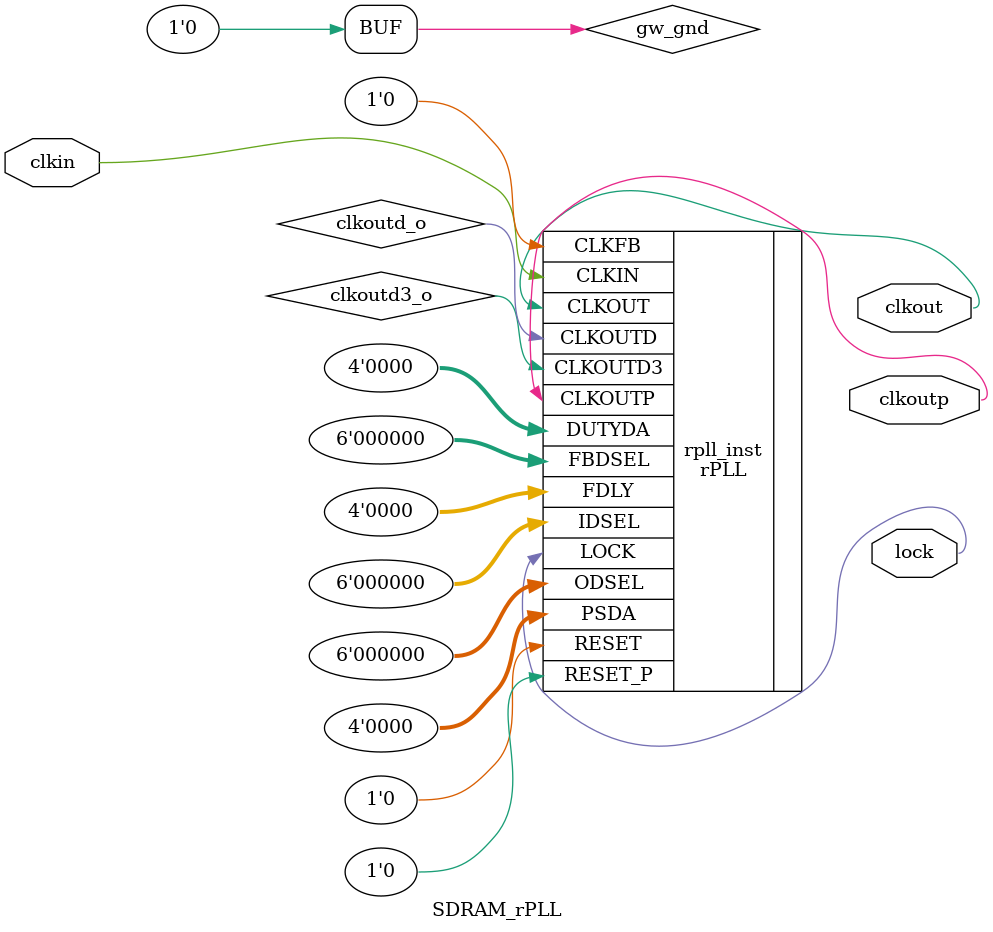
<source format=v>

module SDRAM_rPLL (clkout, clkoutp, lock, clkin);

output clkout;
output clkoutp;
output lock;
input  clkin;

wire clkoutd_o;
wire clkoutd3_o;
wire gw_gnd;

assign gw_gnd = 1'b0;

rPLL rpll_inst (
    .CLKOUT(clkout),
    .LOCK(lock),
    .CLKOUTP(clkoutp),
    .CLKOUTD(clkoutd_o),
    .CLKOUTD3(clkoutd3_o),
    .RESET(gw_gnd),
    .RESET_P(gw_gnd),
    .CLKIN(clkin),
    .CLKFB(gw_gnd),
    .FBDSEL({gw_gnd,gw_gnd,gw_gnd,gw_gnd,gw_gnd,gw_gnd}),
    .IDSEL({gw_gnd,gw_gnd,gw_gnd,gw_gnd,gw_gnd,gw_gnd}),
    .ODSEL({gw_gnd,gw_gnd,gw_gnd,gw_gnd,gw_gnd,gw_gnd}),
    .PSDA({gw_gnd,gw_gnd,gw_gnd,gw_gnd}),
    .DUTYDA({gw_gnd,gw_gnd,gw_gnd,gw_gnd}),
    .FDLY({gw_gnd,gw_gnd,gw_gnd,gw_gnd})
);

// 27 MHz output (1:1 from 27MHz input)
defparam rpll_inst.FBDIV_SEL = 1;
defparam rpll_inst.IDIV_SEL = 1;
defparam rpll_inst.ODIV_SEL = 32;

defparam rpll_inst.FCLKIN = "27";
defparam rpll_inst.DYN_IDIV_SEL = "false";
defparam rpll_inst.DYN_FBDIV_SEL = "false";
defparam rpll_inst.DYN_ODIV_SEL = "false";
defparam rpll_inst.PSDA_SEL = "1010";       // 180-degree phase shift
defparam rpll_inst.DYN_DA_EN = "false";
defparam rpll_inst.DUTYDA_SEL = "1000";
defparam rpll_inst.CLKOUT_FT_DIR = 1'b1;
defparam rpll_inst.CLKOUTP_FT_DIR = 1'b1;
defparam rpll_inst.CLKOUT_DLY_STEP = 0;
defparam rpll_inst.CLKOUTP_DLY_STEP = 0;
defparam rpll_inst.CLKFB_SEL = "internal";
defparam rpll_inst.CLKOUT_BYPASS = "false";
defparam rpll_inst.CLKOUTP_BYPASS = "false";
defparam rpll_inst.CLKOUTD_BYPASS = "false";
defparam rpll_inst.DYN_SDIV_SEL = 2;
defparam rpll_inst.CLKOUTD_SRC = "CLKOUT";
defparam rpll_inst.CLKOUTD3_SRC = "CLKOUT";
defparam rpll_inst.DEVICE = "GW2A-18C";

endmodule

</source>
